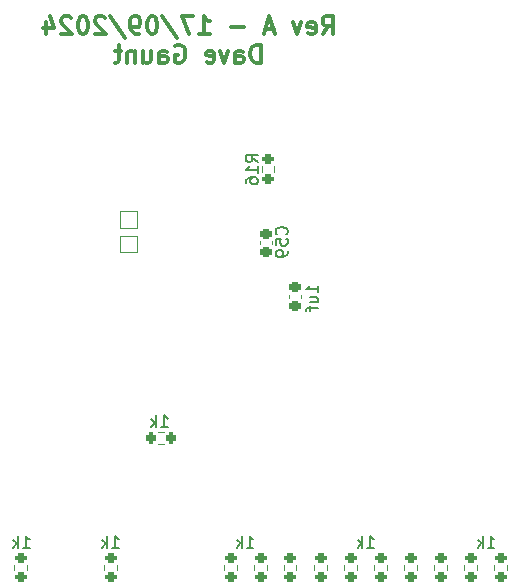
<source format=gbo>
G04 #@! TF.GenerationSoftware,KiCad,Pcbnew,9.0.7*
G04 #@! TF.CreationDate,2026-02-15T20:38:08+11:00*
G04 #@! TF.ProjectId,AmigaUSBFloppy,416d6967-6155-4534-9246-6c6f7070792e,rev?*
G04 #@! TF.SameCoordinates,Original*
G04 #@! TF.FileFunction,Legend,Bot*
G04 #@! TF.FilePolarity,Positive*
%FSLAX46Y46*%
G04 Gerber Fmt 4.6, Leading zero omitted, Abs format (unit mm)*
G04 Created by KiCad (PCBNEW 9.0.7) date 2026-02-15 20:38:08*
%MOMM*%
%LPD*%
G01*
G04 APERTURE LIST*
G04 Aperture macros list*
%AMRoundRect*
0 Rectangle with rounded corners*
0 $1 Rounding radius*
0 $2 $3 $4 $5 $6 $7 $8 $9 X,Y pos of 4 corners*
0 Add a 4 corners polygon primitive as box body*
4,1,4,$2,$3,$4,$5,$6,$7,$8,$9,$2,$3,0*
0 Add four circle primitives for the rounded corners*
1,1,$1+$1,$2,$3*
1,1,$1+$1,$4,$5*
1,1,$1+$1,$6,$7*
1,1,$1+$1,$8,$9*
0 Add four rect primitives between the rounded corners*
20,1,$1+$1,$2,$3,$4,$5,0*
20,1,$1+$1,$4,$5,$6,$7,0*
20,1,$1+$1,$6,$7,$8,$9,0*
20,1,$1+$1,$8,$9,$2,$3,0*%
G04 Aperture macros list end*
%ADD10C,0.300000*%
%ADD11C,0.150000*%
%ADD12C,0.120000*%
%ADD13R,1.700000X1.700000*%
%ADD14C,1.700000*%
%ADD15RoundRect,0.250000X0.600000X-0.600000X0.600000X0.600000X-0.600000X0.600000X-0.600000X-0.600000X0*%
%ADD16R,1.800000X1.800000*%
%ADD17C,1.800000*%
%ADD18R,1.500000X1.600000*%
%ADD19C,1.600000*%
%ADD20C,3.000000*%
%ADD21O,1.600000X2.000000*%
%ADD22C,4.800000*%
%ADD23C,1.650000*%
%ADD24RoundRect,0.250000X0.550000X-0.550000X0.550000X0.550000X-0.550000X0.550000X-0.550000X-0.550000X0*%
%ADD25C,2.500000*%
%ADD26C,1.400000*%
%ADD27RoundRect,0.200000X-0.275000X0.200000X-0.275000X-0.200000X0.275000X-0.200000X0.275000X0.200000X0*%
%ADD28R,1.000000X1.000000*%
%ADD29RoundRect,0.225000X-0.250000X0.225000X-0.250000X-0.225000X0.250000X-0.225000X0.250000X0.225000X0*%
%ADD30RoundRect,0.200000X-0.200000X-0.275000X0.200000X-0.275000X0.200000X0.275000X-0.200000X0.275000X0*%
G04 APERTURE END LIST*
D10*
X163196426Y-59298412D02*
X163696426Y-58584126D01*
X164053569Y-59298412D02*
X164053569Y-57798412D01*
X164053569Y-57798412D02*
X163482140Y-57798412D01*
X163482140Y-57798412D02*
X163339283Y-57869841D01*
X163339283Y-57869841D02*
X163267854Y-57941269D01*
X163267854Y-57941269D02*
X163196426Y-58084126D01*
X163196426Y-58084126D02*
X163196426Y-58298412D01*
X163196426Y-58298412D02*
X163267854Y-58441269D01*
X163267854Y-58441269D02*
X163339283Y-58512698D01*
X163339283Y-58512698D02*
X163482140Y-58584126D01*
X163482140Y-58584126D02*
X164053569Y-58584126D01*
X161982140Y-59226984D02*
X162124997Y-59298412D01*
X162124997Y-59298412D02*
X162410712Y-59298412D01*
X162410712Y-59298412D02*
X162553569Y-59226984D01*
X162553569Y-59226984D02*
X162624997Y-59084126D01*
X162624997Y-59084126D02*
X162624997Y-58512698D01*
X162624997Y-58512698D02*
X162553569Y-58369841D01*
X162553569Y-58369841D02*
X162410712Y-58298412D01*
X162410712Y-58298412D02*
X162124997Y-58298412D01*
X162124997Y-58298412D02*
X161982140Y-58369841D01*
X161982140Y-58369841D02*
X161910712Y-58512698D01*
X161910712Y-58512698D02*
X161910712Y-58655555D01*
X161910712Y-58655555D02*
X162624997Y-58798412D01*
X161410712Y-58298412D02*
X161053569Y-59298412D01*
X161053569Y-59298412D02*
X160696426Y-58298412D01*
X159053569Y-58869841D02*
X158339284Y-58869841D01*
X159196426Y-59298412D02*
X158696426Y-57798412D01*
X158696426Y-57798412D02*
X158196426Y-59298412D01*
X156553570Y-58726984D02*
X155410713Y-58726984D01*
X152767855Y-59298412D02*
X153624998Y-59298412D01*
X153196427Y-59298412D02*
X153196427Y-57798412D01*
X153196427Y-57798412D02*
X153339284Y-58012698D01*
X153339284Y-58012698D02*
X153482141Y-58155555D01*
X153482141Y-58155555D02*
X153624998Y-58226984D01*
X152267856Y-57798412D02*
X151267856Y-57798412D01*
X151267856Y-57798412D02*
X151910713Y-59298412D01*
X149624999Y-57726984D02*
X150910713Y-59655555D01*
X148839284Y-57798412D02*
X148696427Y-57798412D01*
X148696427Y-57798412D02*
X148553570Y-57869841D01*
X148553570Y-57869841D02*
X148482142Y-57941269D01*
X148482142Y-57941269D02*
X148410713Y-58084126D01*
X148410713Y-58084126D02*
X148339284Y-58369841D01*
X148339284Y-58369841D02*
X148339284Y-58726984D01*
X148339284Y-58726984D02*
X148410713Y-59012698D01*
X148410713Y-59012698D02*
X148482142Y-59155555D01*
X148482142Y-59155555D02*
X148553570Y-59226984D01*
X148553570Y-59226984D02*
X148696427Y-59298412D01*
X148696427Y-59298412D02*
X148839284Y-59298412D01*
X148839284Y-59298412D02*
X148982142Y-59226984D01*
X148982142Y-59226984D02*
X149053570Y-59155555D01*
X149053570Y-59155555D02*
X149124999Y-59012698D01*
X149124999Y-59012698D02*
X149196427Y-58726984D01*
X149196427Y-58726984D02*
X149196427Y-58369841D01*
X149196427Y-58369841D02*
X149124999Y-58084126D01*
X149124999Y-58084126D02*
X149053570Y-57941269D01*
X149053570Y-57941269D02*
X148982142Y-57869841D01*
X148982142Y-57869841D02*
X148839284Y-57798412D01*
X147624999Y-59298412D02*
X147339285Y-59298412D01*
X147339285Y-59298412D02*
X147196428Y-59226984D01*
X147196428Y-59226984D02*
X147124999Y-59155555D01*
X147124999Y-59155555D02*
X146982142Y-58941269D01*
X146982142Y-58941269D02*
X146910713Y-58655555D01*
X146910713Y-58655555D02*
X146910713Y-58084126D01*
X146910713Y-58084126D02*
X146982142Y-57941269D01*
X146982142Y-57941269D02*
X147053571Y-57869841D01*
X147053571Y-57869841D02*
X147196428Y-57798412D01*
X147196428Y-57798412D02*
X147482142Y-57798412D01*
X147482142Y-57798412D02*
X147624999Y-57869841D01*
X147624999Y-57869841D02*
X147696428Y-57941269D01*
X147696428Y-57941269D02*
X147767856Y-58084126D01*
X147767856Y-58084126D02*
X147767856Y-58441269D01*
X147767856Y-58441269D02*
X147696428Y-58584126D01*
X147696428Y-58584126D02*
X147624999Y-58655555D01*
X147624999Y-58655555D02*
X147482142Y-58726984D01*
X147482142Y-58726984D02*
X147196428Y-58726984D01*
X147196428Y-58726984D02*
X147053571Y-58655555D01*
X147053571Y-58655555D02*
X146982142Y-58584126D01*
X146982142Y-58584126D02*
X146910713Y-58441269D01*
X145196428Y-57726984D02*
X146482142Y-59655555D01*
X144767856Y-57941269D02*
X144696428Y-57869841D01*
X144696428Y-57869841D02*
X144553571Y-57798412D01*
X144553571Y-57798412D02*
X144196428Y-57798412D01*
X144196428Y-57798412D02*
X144053571Y-57869841D01*
X144053571Y-57869841D02*
X143982142Y-57941269D01*
X143982142Y-57941269D02*
X143910713Y-58084126D01*
X143910713Y-58084126D02*
X143910713Y-58226984D01*
X143910713Y-58226984D02*
X143982142Y-58441269D01*
X143982142Y-58441269D02*
X144839285Y-59298412D01*
X144839285Y-59298412D02*
X143910713Y-59298412D01*
X142982142Y-57798412D02*
X142839285Y-57798412D01*
X142839285Y-57798412D02*
X142696428Y-57869841D01*
X142696428Y-57869841D02*
X142625000Y-57941269D01*
X142625000Y-57941269D02*
X142553571Y-58084126D01*
X142553571Y-58084126D02*
X142482142Y-58369841D01*
X142482142Y-58369841D02*
X142482142Y-58726984D01*
X142482142Y-58726984D02*
X142553571Y-59012698D01*
X142553571Y-59012698D02*
X142625000Y-59155555D01*
X142625000Y-59155555D02*
X142696428Y-59226984D01*
X142696428Y-59226984D02*
X142839285Y-59298412D01*
X142839285Y-59298412D02*
X142982142Y-59298412D01*
X142982142Y-59298412D02*
X143125000Y-59226984D01*
X143125000Y-59226984D02*
X143196428Y-59155555D01*
X143196428Y-59155555D02*
X143267857Y-59012698D01*
X143267857Y-59012698D02*
X143339285Y-58726984D01*
X143339285Y-58726984D02*
X143339285Y-58369841D01*
X143339285Y-58369841D02*
X143267857Y-58084126D01*
X143267857Y-58084126D02*
X143196428Y-57941269D01*
X143196428Y-57941269D02*
X143125000Y-57869841D01*
X143125000Y-57869841D02*
X142982142Y-57798412D01*
X141910714Y-57941269D02*
X141839286Y-57869841D01*
X141839286Y-57869841D02*
X141696429Y-57798412D01*
X141696429Y-57798412D02*
X141339286Y-57798412D01*
X141339286Y-57798412D02*
X141196429Y-57869841D01*
X141196429Y-57869841D02*
X141125000Y-57941269D01*
X141125000Y-57941269D02*
X141053571Y-58084126D01*
X141053571Y-58084126D02*
X141053571Y-58226984D01*
X141053571Y-58226984D02*
X141125000Y-58441269D01*
X141125000Y-58441269D02*
X141982143Y-59298412D01*
X141982143Y-59298412D02*
X141053571Y-59298412D01*
X139767858Y-58298412D02*
X139767858Y-59298412D01*
X140125000Y-57726984D02*
X140482143Y-58798412D01*
X140482143Y-58798412D02*
X139553572Y-58798412D01*
X157946428Y-61713328D02*
X157946428Y-60213328D01*
X157946428Y-60213328D02*
X157589285Y-60213328D01*
X157589285Y-60213328D02*
X157374999Y-60284757D01*
X157374999Y-60284757D02*
X157232142Y-60427614D01*
X157232142Y-60427614D02*
X157160713Y-60570471D01*
X157160713Y-60570471D02*
X157089285Y-60856185D01*
X157089285Y-60856185D02*
X157089285Y-61070471D01*
X157089285Y-61070471D02*
X157160713Y-61356185D01*
X157160713Y-61356185D02*
X157232142Y-61499042D01*
X157232142Y-61499042D02*
X157374999Y-61641900D01*
X157374999Y-61641900D02*
X157589285Y-61713328D01*
X157589285Y-61713328D02*
X157946428Y-61713328D01*
X155803571Y-61713328D02*
X155803571Y-60927614D01*
X155803571Y-60927614D02*
X155874999Y-60784757D01*
X155874999Y-60784757D02*
X156017856Y-60713328D01*
X156017856Y-60713328D02*
X156303571Y-60713328D01*
X156303571Y-60713328D02*
X156446428Y-60784757D01*
X155803571Y-61641900D02*
X155946428Y-61713328D01*
X155946428Y-61713328D02*
X156303571Y-61713328D01*
X156303571Y-61713328D02*
X156446428Y-61641900D01*
X156446428Y-61641900D02*
X156517856Y-61499042D01*
X156517856Y-61499042D02*
X156517856Y-61356185D01*
X156517856Y-61356185D02*
X156446428Y-61213328D01*
X156446428Y-61213328D02*
X156303571Y-61141900D01*
X156303571Y-61141900D02*
X155946428Y-61141900D01*
X155946428Y-61141900D02*
X155803571Y-61070471D01*
X155232142Y-60713328D02*
X154874999Y-61713328D01*
X154874999Y-61713328D02*
X154517856Y-60713328D01*
X153374999Y-61641900D02*
X153517856Y-61713328D01*
X153517856Y-61713328D02*
X153803571Y-61713328D01*
X153803571Y-61713328D02*
X153946428Y-61641900D01*
X153946428Y-61641900D02*
X154017856Y-61499042D01*
X154017856Y-61499042D02*
X154017856Y-60927614D01*
X154017856Y-60927614D02*
X153946428Y-60784757D01*
X153946428Y-60784757D02*
X153803571Y-60713328D01*
X153803571Y-60713328D02*
X153517856Y-60713328D01*
X153517856Y-60713328D02*
X153374999Y-60784757D01*
X153374999Y-60784757D02*
X153303571Y-60927614D01*
X153303571Y-60927614D02*
X153303571Y-61070471D01*
X153303571Y-61070471D02*
X154017856Y-61213328D01*
X150732142Y-60284757D02*
X150875000Y-60213328D01*
X150875000Y-60213328D02*
X151089285Y-60213328D01*
X151089285Y-60213328D02*
X151303571Y-60284757D01*
X151303571Y-60284757D02*
X151446428Y-60427614D01*
X151446428Y-60427614D02*
X151517857Y-60570471D01*
X151517857Y-60570471D02*
X151589285Y-60856185D01*
X151589285Y-60856185D02*
X151589285Y-61070471D01*
X151589285Y-61070471D02*
X151517857Y-61356185D01*
X151517857Y-61356185D02*
X151446428Y-61499042D01*
X151446428Y-61499042D02*
X151303571Y-61641900D01*
X151303571Y-61641900D02*
X151089285Y-61713328D01*
X151089285Y-61713328D02*
X150946428Y-61713328D01*
X150946428Y-61713328D02*
X150732142Y-61641900D01*
X150732142Y-61641900D02*
X150660714Y-61570471D01*
X150660714Y-61570471D02*
X150660714Y-61070471D01*
X150660714Y-61070471D02*
X150946428Y-61070471D01*
X149375000Y-61713328D02*
X149375000Y-60927614D01*
X149375000Y-60927614D02*
X149446428Y-60784757D01*
X149446428Y-60784757D02*
X149589285Y-60713328D01*
X149589285Y-60713328D02*
X149875000Y-60713328D01*
X149875000Y-60713328D02*
X150017857Y-60784757D01*
X149375000Y-61641900D02*
X149517857Y-61713328D01*
X149517857Y-61713328D02*
X149875000Y-61713328D01*
X149875000Y-61713328D02*
X150017857Y-61641900D01*
X150017857Y-61641900D02*
X150089285Y-61499042D01*
X150089285Y-61499042D02*
X150089285Y-61356185D01*
X150089285Y-61356185D02*
X150017857Y-61213328D01*
X150017857Y-61213328D02*
X149875000Y-61141900D01*
X149875000Y-61141900D02*
X149517857Y-61141900D01*
X149517857Y-61141900D02*
X149375000Y-61070471D01*
X148017857Y-60713328D02*
X148017857Y-61713328D01*
X148660714Y-60713328D02*
X148660714Y-61499042D01*
X148660714Y-61499042D02*
X148589285Y-61641900D01*
X148589285Y-61641900D02*
X148446428Y-61713328D01*
X148446428Y-61713328D02*
X148232142Y-61713328D01*
X148232142Y-61713328D02*
X148089285Y-61641900D01*
X148089285Y-61641900D02*
X148017857Y-61570471D01*
X147303571Y-60713328D02*
X147303571Y-61713328D01*
X147303571Y-60856185D02*
X147232142Y-60784757D01*
X147232142Y-60784757D02*
X147089285Y-60713328D01*
X147089285Y-60713328D02*
X146874999Y-60713328D01*
X146874999Y-60713328D02*
X146732142Y-60784757D01*
X146732142Y-60784757D02*
X146660714Y-60927614D01*
X146660714Y-60927614D02*
X146660714Y-61713328D01*
X146160713Y-60713328D02*
X145589285Y-60713328D01*
X145946428Y-60213328D02*
X145946428Y-61499042D01*
X145946428Y-61499042D02*
X145874999Y-61641900D01*
X145874999Y-61641900D02*
X145732142Y-61713328D01*
X145732142Y-61713328D02*
X145589285Y-61713328D01*
D11*
X137819047Y-102792319D02*
X138390475Y-102792319D01*
X138104761Y-102792319D02*
X138104761Y-101792319D01*
X138104761Y-101792319D02*
X138199999Y-101935176D01*
X138199999Y-101935176D02*
X138295237Y-102030414D01*
X138295237Y-102030414D02*
X138390475Y-102078033D01*
X137390475Y-102792319D02*
X137390475Y-101792319D01*
X137295237Y-102411366D02*
X137009523Y-102792319D01*
X137009523Y-102125652D02*
X137390475Y-102506604D01*
X162779818Y-81160117D02*
X162779818Y-80588689D01*
X162779818Y-80874403D02*
X161779818Y-80874403D01*
X161779818Y-80874403D02*
X161922675Y-80779165D01*
X161922675Y-80779165D02*
X162017913Y-80683927D01*
X162017913Y-80683927D02*
X162065532Y-80588689D01*
X162113151Y-82017260D02*
X162779818Y-82017260D01*
X162113151Y-81588689D02*
X162636960Y-81588689D01*
X162636960Y-81588689D02*
X162732199Y-81636308D01*
X162732199Y-81636308D02*
X162779818Y-81731546D01*
X162779818Y-81731546D02*
X162779818Y-81874403D01*
X162779818Y-81874403D02*
X162732199Y-81969641D01*
X162732199Y-81969641D02*
X162684579Y-82017260D01*
X162113151Y-82350594D02*
X162113151Y-82731546D01*
X162779818Y-82493451D02*
X161922675Y-82493451D01*
X161922675Y-82493451D02*
X161827437Y-82541070D01*
X161827437Y-82541070D02*
X161779818Y-82636308D01*
X161779818Y-82636308D02*
X161779818Y-82731546D01*
X166969047Y-102792319D02*
X167540475Y-102792319D01*
X167254761Y-102792319D02*
X167254761Y-101792319D01*
X167254761Y-101792319D02*
X167349999Y-101935176D01*
X167349999Y-101935176D02*
X167445237Y-102030414D01*
X167445237Y-102030414D02*
X167540475Y-102078033D01*
X166540475Y-102792319D02*
X166540475Y-101792319D01*
X166445237Y-102411366D02*
X166159523Y-102792319D01*
X166159523Y-102125652D02*
X166540475Y-102506604D01*
X149519047Y-92567319D02*
X150090475Y-92567319D01*
X149804761Y-92567319D02*
X149804761Y-91567319D01*
X149804761Y-91567319D02*
X149899999Y-91710176D01*
X149899999Y-91710176D02*
X149995237Y-91805414D01*
X149995237Y-91805414D02*
X150090475Y-91853033D01*
X149090475Y-92567319D02*
X149090475Y-91567319D01*
X148995237Y-92186366D02*
X148709523Y-92567319D01*
X148709523Y-91900652D02*
X149090475Y-92281604D01*
X157704819Y-70094642D02*
X157228628Y-69761309D01*
X157704819Y-69523214D02*
X156704819Y-69523214D01*
X156704819Y-69523214D02*
X156704819Y-69904166D01*
X156704819Y-69904166D02*
X156752438Y-69999404D01*
X156752438Y-69999404D02*
X156800057Y-70047023D01*
X156800057Y-70047023D02*
X156895295Y-70094642D01*
X156895295Y-70094642D02*
X157038152Y-70094642D01*
X157038152Y-70094642D02*
X157133390Y-70047023D01*
X157133390Y-70047023D02*
X157181009Y-69999404D01*
X157181009Y-69999404D02*
X157228628Y-69904166D01*
X157228628Y-69904166D02*
X157228628Y-69523214D01*
X157704819Y-71047023D02*
X157704819Y-70475595D01*
X157704819Y-70761309D02*
X156704819Y-70761309D01*
X156704819Y-70761309D02*
X156847676Y-70666071D01*
X156847676Y-70666071D02*
X156942914Y-70570833D01*
X156942914Y-70570833D02*
X156990533Y-70475595D01*
X156704819Y-71904166D02*
X156704819Y-71713690D01*
X156704819Y-71713690D02*
X156752438Y-71618452D01*
X156752438Y-71618452D02*
X156800057Y-71570833D01*
X156800057Y-71570833D02*
X156942914Y-71475595D01*
X156942914Y-71475595D02*
X157133390Y-71427976D01*
X157133390Y-71427976D02*
X157514342Y-71427976D01*
X157514342Y-71427976D02*
X157609580Y-71475595D01*
X157609580Y-71475595D02*
X157657200Y-71523214D01*
X157657200Y-71523214D02*
X157704819Y-71618452D01*
X157704819Y-71618452D02*
X157704819Y-71808928D01*
X157704819Y-71808928D02*
X157657200Y-71904166D01*
X157657200Y-71904166D02*
X157609580Y-71951785D01*
X157609580Y-71951785D02*
X157514342Y-71999404D01*
X157514342Y-71999404D02*
X157276247Y-71999404D01*
X157276247Y-71999404D02*
X157181009Y-71951785D01*
X157181009Y-71951785D02*
X157133390Y-71904166D01*
X157133390Y-71904166D02*
X157085771Y-71808928D01*
X157085771Y-71808928D02*
X157085771Y-71618452D01*
X157085771Y-71618452D02*
X157133390Y-71523214D01*
X157133390Y-71523214D02*
X157181009Y-71475595D01*
X157181009Y-71475595D02*
X157276247Y-71427976D01*
X156769047Y-102792319D02*
X157340475Y-102792319D01*
X157054761Y-102792319D02*
X157054761Y-101792319D01*
X157054761Y-101792319D02*
X157149999Y-101935176D01*
X157149999Y-101935176D02*
X157245237Y-102030414D01*
X157245237Y-102030414D02*
X157340475Y-102078033D01*
X156340475Y-102792319D02*
X156340475Y-101792319D01*
X156245237Y-102411366D02*
X155959523Y-102792319D01*
X155959523Y-102125652D02*
X156340475Y-102506604D01*
X177169047Y-102792319D02*
X177740475Y-102792319D01*
X177454761Y-102792319D02*
X177454761Y-101792319D01*
X177454761Y-101792319D02*
X177549999Y-101935176D01*
X177549999Y-101935176D02*
X177645237Y-102030414D01*
X177645237Y-102030414D02*
X177740475Y-102078033D01*
X176740475Y-102792319D02*
X176740475Y-101792319D01*
X176645237Y-102411366D02*
X176359523Y-102792319D01*
X176359523Y-102125652D02*
X176740475Y-102506604D01*
X160134580Y-76244642D02*
X160182200Y-76197023D01*
X160182200Y-76197023D02*
X160229819Y-76054166D01*
X160229819Y-76054166D02*
X160229819Y-75958928D01*
X160229819Y-75958928D02*
X160182200Y-75816071D01*
X160182200Y-75816071D02*
X160086961Y-75720833D01*
X160086961Y-75720833D02*
X159991723Y-75673214D01*
X159991723Y-75673214D02*
X159801247Y-75625595D01*
X159801247Y-75625595D02*
X159658390Y-75625595D01*
X159658390Y-75625595D02*
X159467914Y-75673214D01*
X159467914Y-75673214D02*
X159372676Y-75720833D01*
X159372676Y-75720833D02*
X159277438Y-75816071D01*
X159277438Y-75816071D02*
X159229819Y-75958928D01*
X159229819Y-75958928D02*
X159229819Y-76054166D01*
X159229819Y-76054166D02*
X159277438Y-76197023D01*
X159277438Y-76197023D02*
X159325057Y-76244642D01*
X159229819Y-77149404D02*
X159229819Y-76673214D01*
X159229819Y-76673214D02*
X159706009Y-76625595D01*
X159706009Y-76625595D02*
X159658390Y-76673214D01*
X159658390Y-76673214D02*
X159610771Y-76768452D01*
X159610771Y-76768452D02*
X159610771Y-77006547D01*
X159610771Y-77006547D02*
X159658390Y-77101785D01*
X159658390Y-77101785D02*
X159706009Y-77149404D01*
X159706009Y-77149404D02*
X159801247Y-77197023D01*
X159801247Y-77197023D02*
X160039342Y-77197023D01*
X160039342Y-77197023D02*
X160134580Y-77149404D01*
X160134580Y-77149404D02*
X160182200Y-77101785D01*
X160182200Y-77101785D02*
X160229819Y-77006547D01*
X160229819Y-77006547D02*
X160229819Y-76768452D01*
X160229819Y-76768452D02*
X160182200Y-76673214D01*
X160182200Y-76673214D02*
X160134580Y-76625595D01*
X160229819Y-77673214D02*
X160229819Y-77863690D01*
X160229819Y-77863690D02*
X160182200Y-77958928D01*
X160182200Y-77958928D02*
X160134580Y-78006547D01*
X160134580Y-78006547D02*
X159991723Y-78101785D01*
X159991723Y-78101785D02*
X159801247Y-78149404D01*
X159801247Y-78149404D02*
X159420295Y-78149404D01*
X159420295Y-78149404D02*
X159325057Y-78101785D01*
X159325057Y-78101785D02*
X159277438Y-78054166D01*
X159277438Y-78054166D02*
X159229819Y-77958928D01*
X159229819Y-77958928D02*
X159229819Y-77768452D01*
X159229819Y-77768452D02*
X159277438Y-77673214D01*
X159277438Y-77673214D02*
X159325057Y-77625595D01*
X159325057Y-77625595D02*
X159420295Y-77577976D01*
X159420295Y-77577976D02*
X159658390Y-77577976D01*
X159658390Y-77577976D02*
X159753628Y-77625595D01*
X159753628Y-77625595D02*
X159801247Y-77673214D01*
X159801247Y-77673214D02*
X159848866Y-77768452D01*
X159848866Y-77768452D02*
X159848866Y-77958928D01*
X159848866Y-77958928D02*
X159801247Y-78054166D01*
X159801247Y-78054166D02*
X159753628Y-78101785D01*
X159753628Y-78101785D02*
X159658390Y-78149404D01*
X145369047Y-102792319D02*
X145940475Y-102792319D01*
X145654761Y-102792319D02*
X145654761Y-101792319D01*
X145654761Y-101792319D02*
X145749999Y-101935176D01*
X145749999Y-101935176D02*
X145845237Y-102030414D01*
X145845237Y-102030414D02*
X145940475Y-102078033D01*
X144940475Y-102792319D02*
X144940475Y-101792319D01*
X144845237Y-102411366D02*
X144559523Y-102792319D01*
X144559523Y-102125652D02*
X144940475Y-102506604D01*
D12*
X170127500Y-104225242D02*
X170127500Y-104699758D01*
X171172500Y-104225242D02*
X171172500Y-104699758D01*
X146075000Y-74312500D02*
X146075000Y-75712500D01*
X146075000Y-75712500D02*
X147475000Y-75712500D01*
X147475000Y-74312500D02*
X146075000Y-74312500D01*
X147475000Y-75712500D02*
X147475000Y-74312500D01*
X137107500Y-104225242D02*
X137107500Y-104699758D01*
X138152500Y-104225242D02*
X138152500Y-104699758D01*
X162507500Y-104225242D02*
X162507500Y-104699758D01*
X163552500Y-104225242D02*
X163552500Y-104699758D01*
X172667500Y-104225242D02*
X172667500Y-104699758D01*
X173712500Y-104225242D02*
X173712500Y-104699758D01*
X160390000Y-81371919D02*
X160390000Y-81653079D01*
X161410000Y-81371919D02*
X161410000Y-81653079D01*
X165047500Y-104225242D02*
X165047500Y-104699758D01*
X166092500Y-104225242D02*
X166092500Y-104699758D01*
X167587500Y-104225242D02*
X167587500Y-104699758D01*
X168632500Y-104225242D02*
X168632500Y-104699758D01*
X159927500Y-104225242D02*
X159927500Y-104699758D01*
X160972500Y-104225242D02*
X160972500Y-104699758D01*
X149267742Y-92965000D02*
X149742258Y-92965000D01*
X149267742Y-94010000D02*
X149742258Y-94010000D01*
X158077500Y-70475242D02*
X158077500Y-70949758D01*
X159122500Y-70475242D02*
X159122500Y-70949758D01*
X146075000Y-76362500D02*
X146075000Y-77762500D01*
X146075000Y-77762500D02*
X147475000Y-77762500D01*
X147475000Y-76362500D02*
X146075000Y-76362500D01*
X147475000Y-77762500D02*
X147475000Y-76362500D01*
X157427500Y-104225242D02*
X157427500Y-104699758D01*
X158472500Y-104225242D02*
X158472500Y-104699758D01*
X175207500Y-104225242D02*
X175207500Y-104699758D01*
X176252500Y-104225242D02*
X176252500Y-104699758D01*
X154887500Y-104225242D02*
X154887500Y-104699758D01*
X155932500Y-104225242D02*
X155932500Y-104699758D01*
X177747500Y-104225242D02*
X177747500Y-104699758D01*
X178792500Y-104225242D02*
X178792500Y-104699758D01*
X157865000Y-76821919D02*
X157865000Y-77103081D01*
X158885000Y-76821919D02*
X158885000Y-77103081D01*
X144727500Y-104225242D02*
X144727500Y-104699758D01*
X145772500Y-104225242D02*
X145772500Y-104699758D01*
%LPC*%
D13*
X122600000Y-59137500D03*
D14*
X125140000Y-59137500D03*
X127680000Y-59137500D03*
X130220000Y-59137500D03*
X132760000Y-59137500D03*
D15*
X137630000Y-109687500D03*
D14*
X137630000Y-107147500D03*
X140170000Y-109687500D03*
X140170000Y-107147500D03*
X142710000Y-109687500D03*
X142710000Y-107147500D03*
X145250000Y-109687500D03*
X145250000Y-107147500D03*
X147790000Y-109687500D03*
X147790000Y-107147500D03*
X150330000Y-109687500D03*
X150330000Y-107147500D03*
X152870000Y-109687500D03*
X152870000Y-107147500D03*
X155410000Y-109687500D03*
X155410000Y-107147500D03*
X157950000Y-109687500D03*
X157950000Y-107147500D03*
X160490000Y-109687500D03*
X160490000Y-107147500D03*
X163030000Y-109687500D03*
X163030000Y-107147500D03*
X165570000Y-109687500D03*
X165570000Y-107147500D03*
X168110000Y-109687500D03*
X168110000Y-107147500D03*
X170650000Y-109687500D03*
X170650000Y-107147500D03*
X173190000Y-109687500D03*
X173190000Y-107147500D03*
X175730000Y-109687500D03*
X175730000Y-107147500D03*
X178270000Y-109687500D03*
X178270000Y-107147500D03*
D16*
X125700000Y-103137500D03*
D17*
X123200000Y-103137500D03*
X120700000Y-103137500D03*
X118200000Y-103137500D03*
D18*
X120410000Y-83337500D03*
D19*
X120410000Y-85837500D03*
X120410000Y-87837500D03*
X120410000Y-90337500D03*
D20*
X117700000Y-80267500D03*
X117700000Y-93407500D03*
D13*
X132760000Y-90787500D03*
D14*
X132760000Y-93327500D03*
D20*
X141600000Y-66187500D03*
X141600000Y-88087500D03*
X163600000Y-66187500D03*
X163600000Y-88087500D03*
D21*
X148790000Y-65387500D03*
X151330000Y-65387500D03*
X153870000Y-65387500D03*
X156410000Y-65387500D03*
D22*
X176650000Y-80237500D03*
X188050000Y-80237500D03*
D23*
X179850000Y-73237500D03*
X184850000Y-73237500D03*
X179850000Y-87737500D03*
X184850000Y-87737500D03*
X182350000Y-87737500D03*
D24*
X122200000Y-98737500D03*
D19*
X122200000Y-96237500D03*
D25*
X111240000Y-110737500D03*
D26*
X112800000Y-71287500D03*
X112800000Y-67287500D03*
D25*
X189900000Y-110737500D03*
X111240000Y-59837500D03*
X189900000Y-59837500D03*
D13*
X147790000Y-99659735D03*
D14*
X147790000Y-97119735D03*
X150330000Y-99659735D03*
X150330000Y-97119735D03*
X152870000Y-99659735D03*
X152870000Y-97119735D03*
X155410000Y-99659735D03*
X155410000Y-97119735D03*
X157950000Y-99659735D03*
X157950000Y-97119735D03*
D13*
X170310000Y-59137500D03*
D14*
X172850000Y-59137500D03*
X175390000Y-59137500D03*
X177930000Y-59137500D03*
X180470000Y-59137500D03*
D27*
X170650000Y-103637500D03*
X170650000Y-105287500D03*
D28*
X146775000Y-75012500D03*
D27*
X137630000Y-103637500D03*
X137630000Y-105287500D03*
X163030000Y-103637500D03*
X163030000Y-105287500D03*
X173190000Y-103637500D03*
X173190000Y-105287500D03*
D29*
X160900000Y-80737499D03*
X160900000Y-82287499D03*
D27*
X165570000Y-103637500D03*
X165570000Y-105287500D03*
X168110000Y-103637500D03*
X168110000Y-105287500D03*
X160450000Y-103637500D03*
X160450000Y-105287500D03*
D30*
X148680000Y-93487500D03*
X150330000Y-93487500D03*
D27*
X158600000Y-69887500D03*
X158600000Y-71537500D03*
D28*
X146775000Y-77062500D03*
D27*
X157950000Y-103637500D03*
X157950000Y-105287500D03*
X175730000Y-103637500D03*
X175730000Y-105287500D03*
X155410000Y-103637500D03*
X155410000Y-105287500D03*
X178270000Y-103637500D03*
X178270000Y-105287500D03*
D29*
X158375000Y-76187500D03*
X158375000Y-77737500D03*
D27*
X145250000Y-103637500D03*
X145250000Y-105287500D03*
%LPD*%
M02*

</source>
